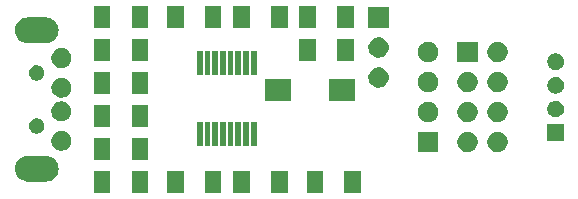
<source format=gts>
G04 (created by PCBNEW (2013-07-07 BZR 4022)-stable) date 25/03/2015 14:08:16*
%MOIN*%
G04 Gerber Fmt 3.4, Leading zero omitted, Abs format*
%FSLAX34Y34*%
G01*
G70*
G90*
G04 APERTURE LIST*
%ADD10C,0.00590551*%
G04 APERTURE END LIST*
G54D10*
G36*
X51771Y-37279D02*
X51771Y-37334D01*
X51759Y-37385D01*
X51740Y-37428D01*
X51709Y-37472D01*
X51675Y-37505D01*
X51630Y-37533D01*
X51586Y-37550D01*
X51533Y-37559D01*
X51486Y-37558D01*
X51434Y-37547D01*
X51391Y-37528D01*
X51347Y-37498D01*
X51315Y-37464D01*
X51286Y-37419D01*
X51268Y-37375D01*
X51259Y-37323D01*
X51259Y-37276D01*
X51270Y-37223D01*
X51289Y-37180D01*
X51319Y-37136D01*
X51353Y-37103D01*
X51398Y-37074D01*
X51441Y-37056D01*
X51494Y-37046D01*
X51540Y-37047D01*
X51593Y-37057D01*
X51636Y-37075D01*
X51681Y-37106D01*
X51713Y-37139D01*
X51743Y-37184D01*
X51761Y-37226D01*
X51771Y-37278D01*
X51771Y-37279D01*
X51771Y-37279D01*
G37*
G36*
X51771Y-39051D02*
X51771Y-39105D01*
X51759Y-39157D01*
X51740Y-39200D01*
X51709Y-39244D01*
X51675Y-39276D01*
X51630Y-39305D01*
X51586Y-39322D01*
X51533Y-39331D01*
X51486Y-39330D01*
X51434Y-39319D01*
X51391Y-39300D01*
X51347Y-39269D01*
X51315Y-39235D01*
X51286Y-39190D01*
X51268Y-39147D01*
X51259Y-39094D01*
X51259Y-39047D01*
X51270Y-38995D01*
X51289Y-38952D01*
X51319Y-38908D01*
X51353Y-38875D01*
X51398Y-38845D01*
X51441Y-38828D01*
X51494Y-38818D01*
X51540Y-38818D01*
X51593Y-38829D01*
X51636Y-38847D01*
X51681Y-38877D01*
X51713Y-38910D01*
X51743Y-38955D01*
X51761Y-38998D01*
X51771Y-39049D01*
X51771Y-39051D01*
X51771Y-39051D01*
G37*
G36*
X52247Y-35888D02*
X52238Y-35973D01*
X52213Y-36053D01*
X52173Y-36128D01*
X52119Y-36193D01*
X52054Y-36246D01*
X51979Y-36286D01*
X51898Y-36310D01*
X51810Y-36319D01*
X51220Y-36319D01*
X51214Y-36319D01*
X51211Y-36318D01*
X51210Y-36318D01*
X51126Y-36309D01*
X51126Y-36309D01*
X51126Y-36309D01*
X51046Y-36283D01*
X50971Y-36243D01*
X50907Y-36188D01*
X50854Y-36122D01*
X50815Y-36048D01*
X50791Y-35966D01*
X50783Y-35882D01*
X50792Y-35798D01*
X50817Y-35718D01*
X50857Y-35643D01*
X50911Y-35578D01*
X50977Y-35525D01*
X51051Y-35485D01*
X51132Y-35461D01*
X51220Y-35452D01*
X51810Y-35452D01*
X51817Y-35452D01*
X51820Y-35452D01*
X51820Y-35452D01*
X51904Y-35462D01*
X51904Y-35462D01*
X51904Y-35462D01*
X51985Y-35487D01*
X52059Y-35528D01*
X52123Y-35582D01*
X52177Y-35648D01*
X52216Y-35723D01*
X52240Y-35804D01*
X52247Y-35888D01*
X52247Y-35888D01*
G37*
G36*
X52247Y-40495D02*
X52238Y-40579D01*
X52213Y-40659D01*
X52173Y-40734D01*
X52119Y-40799D01*
X52054Y-40852D01*
X51979Y-40892D01*
X51898Y-40916D01*
X51810Y-40925D01*
X51220Y-40925D01*
X51214Y-40925D01*
X51211Y-40925D01*
X51210Y-40925D01*
X51126Y-40915D01*
X51126Y-40915D01*
X51126Y-40915D01*
X51046Y-40890D01*
X50971Y-40849D01*
X50907Y-40795D01*
X50854Y-40729D01*
X50815Y-40654D01*
X50791Y-40573D01*
X50783Y-40489D01*
X50792Y-40404D01*
X50817Y-40324D01*
X50857Y-40249D01*
X50911Y-40184D01*
X50977Y-40131D01*
X51051Y-40091D01*
X51132Y-40067D01*
X51220Y-40058D01*
X51810Y-40058D01*
X51817Y-40058D01*
X51820Y-40059D01*
X51820Y-40059D01*
X51904Y-40068D01*
X51904Y-40068D01*
X51904Y-40068D01*
X51985Y-40093D01*
X52059Y-40134D01*
X52123Y-40188D01*
X52177Y-40255D01*
X52216Y-40329D01*
X52240Y-40411D01*
X52247Y-40495D01*
X52247Y-40495D01*
G37*
G36*
X52677Y-36779D02*
X52676Y-36851D01*
X52661Y-36918D01*
X52635Y-36975D01*
X52596Y-37031D01*
X52550Y-37075D01*
X52492Y-37111D01*
X52434Y-37134D01*
X52366Y-37146D01*
X52304Y-37145D01*
X52237Y-37130D01*
X52179Y-37105D01*
X52123Y-37066D01*
X52079Y-37021D01*
X52042Y-36963D01*
X52019Y-36905D01*
X52007Y-36837D01*
X52008Y-36775D01*
X52022Y-36707D01*
X52046Y-36650D01*
X52085Y-36593D01*
X52130Y-36549D01*
X52188Y-36512D01*
X52245Y-36488D01*
X52313Y-36475D01*
X52375Y-36476D01*
X52443Y-36490D01*
X52500Y-36514D01*
X52558Y-36552D01*
X52602Y-36596D01*
X52640Y-36654D01*
X52664Y-36711D01*
X52677Y-36778D01*
X52677Y-36779D01*
X52677Y-36779D01*
G37*
G36*
X52677Y-37763D02*
X52676Y-37836D01*
X52661Y-37902D01*
X52635Y-37960D01*
X52596Y-38016D01*
X52550Y-38059D01*
X52492Y-38096D01*
X52434Y-38118D01*
X52366Y-38130D01*
X52304Y-38129D01*
X52237Y-38114D01*
X52179Y-38089D01*
X52123Y-38050D01*
X52079Y-38005D01*
X52042Y-37947D01*
X52019Y-37889D01*
X52007Y-37821D01*
X52008Y-37759D01*
X52022Y-37691D01*
X52046Y-37634D01*
X52085Y-37577D01*
X52130Y-37534D01*
X52188Y-37496D01*
X52245Y-37473D01*
X52313Y-37460D01*
X52375Y-37460D01*
X52443Y-37474D01*
X52500Y-37498D01*
X52558Y-37537D01*
X52602Y-37581D01*
X52640Y-37639D01*
X52664Y-37696D01*
X52677Y-37762D01*
X52677Y-37763D01*
X52677Y-37763D01*
G37*
G36*
X52677Y-38551D02*
X52676Y-38623D01*
X52661Y-38690D01*
X52635Y-38747D01*
X52596Y-38803D01*
X52550Y-38846D01*
X52492Y-38883D01*
X52434Y-38906D01*
X52366Y-38918D01*
X52304Y-38916D01*
X52237Y-38902D01*
X52179Y-38877D01*
X52123Y-38837D01*
X52079Y-38792D01*
X52042Y-38735D01*
X52019Y-38676D01*
X52007Y-38609D01*
X52008Y-38546D01*
X52022Y-38479D01*
X52046Y-38422D01*
X52085Y-38365D01*
X52130Y-38321D01*
X52188Y-38283D01*
X52245Y-38260D01*
X52313Y-38247D01*
X52375Y-38247D01*
X52443Y-38261D01*
X52500Y-38285D01*
X52558Y-38324D01*
X52602Y-38368D01*
X52640Y-38426D01*
X52664Y-38483D01*
X52677Y-38549D01*
X52677Y-38551D01*
X52677Y-38551D01*
G37*
G36*
X52677Y-39535D02*
X52676Y-39607D01*
X52661Y-39674D01*
X52635Y-39731D01*
X52596Y-39787D01*
X52550Y-39831D01*
X52492Y-39867D01*
X52434Y-39890D01*
X52366Y-39902D01*
X52304Y-39901D01*
X52237Y-39886D01*
X52179Y-39861D01*
X52123Y-39822D01*
X52079Y-39777D01*
X52042Y-39719D01*
X52019Y-39661D01*
X52007Y-39593D01*
X52008Y-39531D01*
X52022Y-39463D01*
X52046Y-39406D01*
X52085Y-39349D01*
X52130Y-39305D01*
X52188Y-39267D01*
X52245Y-39244D01*
X52313Y-39231D01*
X52375Y-39232D01*
X52443Y-39246D01*
X52500Y-39270D01*
X52558Y-39308D01*
X52602Y-39352D01*
X52640Y-39410D01*
X52664Y-39467D01*
X52677Y-39534D01*
X52677Y-39535D01*
X52677Y-39535D01*
G37*
G36*
X53976Y-35807D02*
X53424Y-35807D01*
X53424Y-35058D01*
X53976Y-35058D01*
X53976Y-35807D01*
X53976Y-35807D01*
G37*
G36*
X53976Y-36909D02*
X53424Y-36909D01*
X53424Y-36161D01*
X53976Y-36161D01*
X53976Y-36909D01*
X53976Y-36909D01*
G37*
G36*
X53976Y-38012D02*
X53424Y-38012D01*
X53424Y-37263D01*
X53976Y-37263D01*
X53976Y-38012D01*
X53976Y-38012D01*
G37*
G36*
X53976Y-39114D02*
X53424Y-39114D01*
X53424Y-38365D01*
X53976Y-38365D01*
X53976Y-39114D01*
X53976Y-39114D01*
G37*
G36*
X53976Y-40216D02*
X53424Y-40216D01*
X53424Y-39468D01*
X53976Y-39468D01*
X53976Y-40216D01*
X53976Y-40216D01*
G37*
G36*
X53976Y-41319D02*
X53424Y-41319D01*
X53424Y-40570D01*
X53976Y-40570D01*
X53976Y-41319D01*
X53976Y-41319D01*
G37*
G36*
X55236Y-35807D02*
X54684Y-35807D01*
X54684Y-35058D01*
X55236Y-35058D01*
X55236Y-35807D01*
X55236Y-35807D01*
G37*
G36*
X55236Y-36909D02*
X54684Y-36909D01*
X54684Y-36161D01*
X55236Y-36161D01*
X55236Y-36909D01*
X55236Y-36909D01*
G37*
G36*
X55236Y-38012D02*
X54684Y-38012D01*
X54684Y-37263D01*
X55236Y-37263D01*
X55236Y-38012D01*
X55236Y-38012D01*
G37*
G36*
X55236Y-39114D02*
X54684Y-39114D01*
X54684Y-38365D01*
X55236Y-38365D01*
X55236Y-39114D01*
X55236Y-39114D01*
G37*
G36*
X55236Y-40216D02*
X54684Y-40216D01*
X54684Y-39468D01*
X55236Y-39468D01*
X55236Y-40216D01*
X55236Y-40216D01*
G37*
G36*
X55236Y-41319D02*
X54684Y-41319D01*
X54684Y-40570D01*
X55236Y-40570D01*
X55236Y-41319D01*
X55236Y-41319D01*
G37*
G36*
X56417Y-35807D02*
X55865Y-35807D01*
X55865Y-35058D01*
X56417Y-35058D01*
X56417Y-35807D01*
X56417Y-35807D01*
G37*
G36*
X56417Y-41319D02*
X55865Y-41319D01*
X55865Y-40570D01*
X56417Y-40570D01*
X56417Y-41319D01*
X56417Y-41319D01*
G37*
G36*
X57053Y-37362D02*
X56855Y-37362D01*
X56855Y-36574D01*
X57053Y-36574D01*
X57053Y-37362D01*
X57053Y-37362D01*
G37*
G36*
X57053Y-39725D02*
X56855Y-39725D01*
X56855Y-38937D01*
X57053Y-38937D01*
X57053Y-39725D01*
X57053Y-39725D01*
G37*
G36*
X57308Y-37362D02*
X57111Y-37362D01*
X57111Y-36574D01*
X57308Y-36574D01*
X57308Y-37362D01*
X57308Y-37362D01*
G37*
G36*
X57308Y-39725D02*
X57111Y-39725D01*
X57111Y-38937D01*
X57308Y-38937D01*
X57308Y-39725D01*
X57308Y-39725D01*
G37*
G36*
X57564Y-37362D02*
X57367Y-37362D01*
X57367Y-36574D01*
X57564Y-36574D01*
X57564Y-37362D01*
X57564Y-37362D01*
G37*
G36*
X57564Y-39725D02*
X57367Y-39725D01*
X57367Y-38937D01*
X57564Y-38937D01*
X57564Y-39725D01*
X57564Y-39725D01*
G37*
G36*
X57677Y-35807D02*
X57125Y-35807D01*
X57125Y-35058D01*
X57677Y-35058D01*
X57677Y-35807D01*
X57677Y-35807D01*
G37*
G36*
X57677Y-41319D02*
X57125Y-41319D01*
X57125Y-40570D01*
X57677Y-40570D01*
X57677Y-41319D01*
X57677Y-41319D01*
G37*
G36*
X57820Y-37362D02*
X57623Y-37362D01*
X57623Y-36574D01*
X57820Y-36574D01*
X57820Y-37362D01*
X57820Y-37362D01*
G37*
G36*
X57820Y-39725D02*
X57623Y-39725D01*
X57623Y-38937D01*
X57820Y-38937D01*
X57820Y-39725D01*
X57820Y-39725D01*
G37*
G36*
X58076Y-37362D02*
X57879Y-37362D01*
X57879Y-36574D01*
X58076Y-36574D01*
X58076Y-37362D01*
X58076Y-37362D01*
G37*
G36*
X58076Y-39725D02*
X57879Y-39725D01*
X57879Y-38937D01*
X58076Y-38937D01*
X58076Y-39725D01*
X58076Y-39725D01*
G37*
G36*
X58332Y-37362D02*
X58135Y-37362D01*
X58135Y-36574D01*
X58332Y-36574D01*
X58332Y-37362D01*
X58332Y-37362D01*
G37*
G36*
X58332Y-39725D02*
X58135Y-39725D01*
X58135Y-38937D01*
X58332Y-38937D01*
X58332Y-39725D01*
X58332Y-39725D01*
G37*
G36*
X58588Y-37362D02*
X58391Y-37362D01*
X58391Y-36574D01*
X58588Y-36574D01*
X58588Y-37362D01*
X58588Y-37362D01*
G37*
G36*
X58588Y-39725D02*
X58391Y-39725D01*
X58391Y-38937D01*
X58588Y-38937D01*
X58588Y-39725D01*
X58588Y-39725D01*
G37*
G36*
X58622Y-35807D02*
X58070Y-35807D01*
X58070Y-35058D01*
X58622Y-35058D01*
X58622Y-35807D01*
X58622Y-35807D01*
G37*
G36*
X58622Y-41319D02*
X58070Y-41319D01*
X58070Y-40570D01*
X58622Y-40570D01*
X58622Y-41319D01*
X58622Y-41319D01*
G37*
G36*
X58844Y-37362D02*
X58646Y-37362D01*
X58646Y-36574D01*
X58844Y-36574D01*
X58844Y-37362D01*
X58844Y-37362D01*
G37*
G36*
X58844Y-39725D02*
X58646Y-39725D01*
X58646Y-38937D01*
X58844Y-38937D01*
X58844Y-39725D01*
X58844Y-39725D01*
G37*
G36*
X59882Y-35807D02*
X59330Y-35807D01*
X59330Y-35058D01*
X59882Y-35058D01*
X59882Y-35807D01*
X59882Y-35807D01*
G37*
G36*
X59882Y-41319D02*
X59330Y-41319D01*
X59330Y-40570D01*
X59882Y-40570D01*
X59882Y-41319D01*
X59882Y-41319D01*
G37*
G36*
X60000Y-38228D02*
X59133Y-38228D01*
X59133Y-37519D01*
X60000Y-37519D01*
X60000Y-38228D01*
X60000Y-38228D01*
G37*
G36*
X60827Y-35807D02*
X60275Y-35807D01*
X60275Y-35058D01*
X60827Y-35058D01*
X60827Y-35807D01*
X60827Y-35807D01*
G37*
G36*
X60827Y-36909D02*
X60275Y-36909D01*
X60275Y-36161D01*
X60827Y-36161D01*
X60827Y-36909D01*
X60827Y-36909D01*
G37*
G36*
X61063Y-41319D02*
X60511Y-41319D01*
X60511Y-40570D01*
X61063Y-40570D01*
X61063Y-41319D01*
X61063Y-41319D01*
G37*
G36*
X62086Y-35807D02*
X61535Y-35807D01*
X61535Y-35058D01*
X62086Y-35058D01*
X62086Y-35807D01*
X62086Y-35807D01*
G37*
G36*
X62086Y-36909D02*
X61535Y-36909D01*
X61535Y-36161D01*
X62086Y-36161D01*
X62086Y-36909D01*
X62086Y-36909D01*
G37*
G36*
X62126Y-38228D02*
X61259Y-38228D01*
X61259Y-37519D01*
X62126Y-37519D01*
X62126Y-38228D01*
X62126Y-38228D01*
G37*
G36*
X62323Y-41319D02*
X61771Y-41319D01*
X61771Y-40570D01*
X62323Y-40570D01*
X62323Y-41319D01*
X62323Y-41319D01*
G37*
G36*
X63253Y-36424D02*
X63252Y-36498D01*
X63236Y-36565D01*
X63210Y-36623D01*
X63170Y-36680D01*
X63124Y-36724D01*
X63065Y-36761D01*
X63006Y-36784D01*
X62938Y-36796D01*
X62874Y-36795D01*
X62806Y-36780D01*
X62748Y-36755D01*
X62691Y-36715D01*
X62647Y-36669D01*
X62609Y-36611D01*
X62585Y-36552D01*
X62573Y-36483D01*
X62574Y-36420D01*
X62588Y-36351D01*
X62613Y-36293D01*
X62653Y-36236D01*
X62698Y-36191D01*
X62756Y-36153D01*
X62815Y-36129D01*
X62884Y-36116D01*
X62947Y-36117D01*
X63016Y-36131D01*
X63074Y-36155D01*
X63132Y-36194D01*
X63176Y-36239D01*
X63215Y-36298D01*
X63239Y-36356D01*
X63252Y-36423D01*
X63253Y-36424D01*
X63253Y-36424D01*
G37*
G36*
X63253Y-37424D02*
X63252Y-37498D01*
X63236Y-37565D01*
X63210Y-37623D01*
X63170Y-37680D01*
X63124Y-37724D01*
X63065Y-37761D01*
X63006Y-37784D01*
X62938Y-37796D01*
X62874Y-37795D01*
X62806Y-37780D01*
X62748Y-37755D01*
X62691Y-37715D01*
X62647Y-37669D01*
X62609Y-37611D01*
X62585Y-37552D01*
X62573Y-37483D01*
X62574Y-37420D01*
X62588Y-37351D01*
X62613Y-37293D01*
X62653Y-37236D01*
X62698Y-37191D01*
X62756Y-37153D01*
X62815Y-37129D01*
X62884Y-37116D01*
X62947Y-37117D01*
X63016Y-37131D01*
X63074Y-37155D01*
X63132Y-37194D01*
X63176Y-37239D01*
X63215Y-37298D01*
X63239Y-37356D01*
X63252Y-37423D01*
X63253Y-37424D01*
X63253Y-37424D01*
G37*
G36*
X63253Y-35796D02*
X62573Y-35796D01*
X62573Y-35116D01*
X63253Y-35116D01*
X63253Y-35796D01*
X63253Y-35796D01*
G37*
G36*
X64906Y-36578D02*
X64905Y-36651D01*
X64890Y-36719D01*
X64864Y-36777D01*
X64824Y-36834D01*
X64778Y-36878D01*
X64719Y-36915D01*
X64660Y-36938D01*
X64591Y-36950D01*
X64528Y-36949D01*
X64460Y-36934D01*
X64401Y-36908D01*
X64344Y-36869D01*
X64300Y-36823D01*
X64262Y-36764D01*
X64239Y-36705D01*
X64226Y-36637D01*
X64227Y-36573D01*
X64242Y-36505D01*
X64267Y-36447D01*
X64306Y-36389D01*
X64351Y-36345D01*
X64410Y-36307D01*
X64468Y-36283D01*
X64537Y-36270D01*
X64600Y-36270D01*
X64669Y-36284D01*
X64727Y-36309D01*
X64785Y-36348D01*
X64830Y-36393D01*
X64869Y-36451D01*
X64893Y-36509D01*
X64906Y-36576D01*
X64906Y-36578D01*
X64906Y-36578D01*
G37*
G36*
X64906Y-37578D02*
X64905Y-37651D01*
X64890Y-37719D01*
X64864Y-37777D01*
X64824Y-37834D01*
X64778Y-37878D01*
X64719Y-37915D01*
X64660Y-37938D01*
X64591Y-37950D01*
X64528Y-37949D01*
X64460Y-37934D01*
X64401Y-37908D01*
X64344Y-37869D01*
X64300Y-37823D01*
X64262Y-37764D01*
X64239Y-37705D01*
X64226Y-37637D01*
X64227Y-37573D01*
X64242Y-37505D01*
X64267Y-37447D01*
X64306Y-37389D01*
X64351Y-37345D01*
X64410Y-37307D01*
X64468Y-37283D01*
X64537Y-37270D01*
X64600Y-37270D01*
X64669Y-37284D01*
X64727Y-37309D01*
X64785Y-37348D01*
X64830Y-37393D01*
X64869Y-37451D01*
X64893Y-37509D01*
X64906Y-37576D01*
X64906Y-37578D01*
X64906Y-37578D01*
G37*
G36*
X64906Y-38578D02*
X64905Y-38651D01*
X64890Y-38719D01*
X64864Y-38777D01*
X64824Y-38834D01*
X64778Y-38878D01*
X64719Y-38915D01*
X64660Y-38938D01*
X64591Y-38950D01*
X64528Y-38949D01*
X64460Y-38934D01*
X64401Y-38908D01*
X64344Y-38869D01*
X64300Y-38823D01*
X64262Y-38764D01*
X64239Y-38705D01*
X64226Y-38637D01*
X64227Y-38573D01*
X64242Y-38505D01*
X64267Y-38447D01*
X64306Y-38389D01*
X64351Y-38345D01*
X64410Y-38307D01*
X64468Y-38283D01*
X64537Y-38270D01*
X64600Y-38270D01*
X64669Y-38284D01*
X64727Y-38309D01*
X64785Y-38348D01*
X64830Y-38393D01*
X64869Y-38451D01*
X64893Y-38509D01*
X64906Y-38576D01*
X64906Y-38578D01*
X64906Y-38578D01*
G37*
G36*
X64906Y-39949D02*
X64227Y-39949D01*
X64227Y-39270D01*
X64906Y-39270D01*
X64906Y-39949D01*
X64906Y-39949D01*
G37*
G36*
X66217Y-37578D02*
X66216Y-37651D01*
X66201Y-37719D01*
X66175Y-37777D01*
X66135Y-37834D01*
X66089Y-37878D01*
X66030Y-37915D01*
X65971Y-37938D01*
X65902Y-37950D01*
X65839Y-37949D01*
X65771Y-37934D01*
X65712Y-37908D01*
X65655Y-37869D01*
X65611Y-37823D01*
X65573Y-37764D01*
X65550Y-37705D01*
X65537Y-37637D01*
X65538Y-37573D01*
X65553Y-37505D01*
X65578Y-37447D01*
X65617Y-37389D01*
X65662Y-37345D01*
X65721Y-37307D01*
X65779Y-37283D01*
X65848Y-37270D01*
X65911Y-37270D01*
X65980Y-37284D01*
X66038Y-37309D01*
X66096Y-37348D01*
X66141Y-37393D01*
X66180Y-37451D01*
X66204Y-37509D01*
X66217Y-37576D01*
X66217Y-37578D01*
X66217Y-37578D01*
G37*
G36*
X66217Y-38578D02*
X66216Y-38651D01*
X66201Y-38719D01*
X66175Y-38777D01*
X66135Y-38834D01*
X66089Y-38878D01*
X66030Y-38915D01*
X65971Y-38938D01*
X65902Y-38950D01*
X65839Y-38949D01*
X65771Y-38934D01*
X65712Y-38908D01*
X65655Y-38869D01*
X65611Y-38823D01*
X65573Y-38764D01*
X65550Y-38705D01*
X65537Y-38637D01*
X65538Y-38573D01*
X65553Y-38505D01*
X65578Y-38447D01*
X65617Y-38389D01*
X65662Y-38345D01*
X65721Y-38307D01*
X65779Y-38283D01*
X65848Y-38270D01*
X65911Y-38270D01*
X65980Y-38284D01*
X66038Y-38309D01*
X66096Y-38348D01*
X66141Y-38393D01*
X66180Y-38451D01*
X66204Y-38509D01*
X66217Y-38576D01*
X66217Y-38578D01*
X66217Y-38578D01*
G37*
G36*
X66217Y-39578D02*
X66216Y-39651D01*
X66201Y-39719D01*
X66175Y-39777D01*
X66135Y-39834D01*
X66089Y-39878D01*
X66030Y-39915D01*
X65971Y-39938D01*
X65902Y-39950D01*
X65839Y-39949D01*
X65771Y-39934D01*
X65712Y-39908D01*
X65655Y-39869D01*
X65611Y-39823D01*
X65573Y-39764D01*
X65550Y-39705D01*
X65537Y-39637D01*
X65538Y-39573D01*
X65553Y-39505D01*
X65578Y-39447D01*
X65617Y-39389D01*
X65662Y-39345D01*
X65721Y-39307D01*
X65779Y-39283D01*
X65848Y-39270D01*
X65911Y-39270D01*
X65980Y-39284D01*
X66038Y-39309D01*
X66096Y-39348D01*
X66141Y-39393D01*
X66180Y-39451D01*
X66204Y-39509D01*
X66217Y-39576D01*
X66217Y-39578D01*
X66217Y-39578D01*
G37*
G36*
X66217Y-36949D02*
X65538Y-36949D01*
X65538Y-36270D01*
X66217Y-36270D01*
X66217Y-36949D01*
X66217Y-36949D01*
G37*
G36*
X67217Y-36578D02*
X67216Y-36651D01*
X67201Y-36719D01*
X67175Y-36777D01*
X67135Y-36834D01*
X67089Y-36878D01*
X67030Y-36915D01*
X66971Y-36938D01*
X66902Y-36950D01*
X66839Y-36949D01*
X66771Y-36934D01*
X66712Y-36908D01*
X66655Y-36869D01*
X66611Y-36823D01*
X66573Y-36764D01*
X66550Y-36705D01*
X66537Y-36637D01*
X66538Y-36573D01*
X66553Y-36505D01*
X66578Y-36447D01*
X66617Y-36389D01*
X66662Y-36345D01*
X66721Y-36307D01*
X66779Y-36283D01*
X66848Y-36270D01*
X66911Y-36270D01*
X66980Y-36284D01*
X67038Y-36309D01*
X67096Y-36348D01*
X67141Y-36393D01*
X67180Y-36451D01*
X67204Y-36509D01*
X67217Y-36576D01*
X67217Y-36578D01*
X67217Y-36578D01*
G37*
G36*
X67217Y-37578D02*
X67216Y-37651D01*
X67201Y-37719D01*
X67175Y-37777D01*
X67135Y-37834D01*
X67089Y-37878D01*
X67030Y-37915D01*
X66971Y-37938D01*
X66902Y-37950D01*
X66839Y-37949D01*
X66771Y-37934D01*
X66712Y-37908D01*
X66655Y-37869D01*
X66611Y-37823D01*
X66573Y-37764D01*
X66550Y-37705D01*
X66537Y-37637D01*
X66538Y-37573D01*
X66553Y-37505D01*
X66578Y-37447D01*
X66617Y-37389D01*
X66662Y-37345D01*
X66721Y-37307D01*
X66779Y-37283D01*
X66848Y-37270D01*
X66911Y-37270D01*
X66980Y-37284D01*
X67038Y-37309D01*
X67096Y-37348D01*
X67141Y-37393D01*
X67180Y-37451D01*
X67204Y-37509D01*
X67217Y-37576D01*
X67217Y-37578D01*
X67217Y-37578D01*
G37*
G36*
X67217Y-38578D02*
X67216Y-38651D01*
X67201Y-38719D01*
X67175Y-38777D01*
X67135Y-38834D01*
X67089Y-38878D01*
X67030Y-38915D01*
X66971Y-38938D01*
X66902Y-38950D01*
X66839Y-38949D01*
X66771Y-38934D01*
X66712Y-38908D01*
X66655Y-38869D01*
X66611Y-38823D01*
X66573Y-38764D01*
X66550Y-38705D01*
X66537Y-38637D01*
X66538Y-38573D01*
X66553Y-38505D01*
X66578Y-38447D01*
X66617Y-38389D01*
X66662Y-38345D01*
X66721Y-38307D01*
X66779Y-38283D01*
X66848Y-38270D01*
X66911Y-38270D01*
X66980Y-38284D01*
X67038Y-38309D01*
X67096Y-38348D01*
X67141Y-38393D01*
X67180Y-38451D01*
X67204Y-38509D01*
X67217Y-38576D01*
X67217Y-38578D01*
X67217Y-38578D01*
G37*
G36*
X67217Y-39578D02*
X67216Y-39651D01*
X67201Y-39719D01*
X67175Y-39777D01*
X67135Y-39834D01*
X67089Y-39878D01*
X67030Y-39915D01*
X66971Y-39938D01*
X66902Y-39950D01*
X66839Y-39949D01*
X66771Y-39934D01*
X66712Y-39908D01*
X66655Y-39869D01*
X66611Y-39823D01*
X66573Y-39764D01*
X66550Y-39705D01*
X66537Y-39637D01*
X66538Y-39573D01*
X66553Y-39505D01*
X66578Y-39447D01*
X66617Y-39389D01*
X66662Y-39345D01*
X66721Y-39307D01*
X66779Y-39283D01*
X66848Y-39270D01*
X66911Y-39270D01*
X66980Y-39284D01*
X67038Y-39309D01*
X67096Y-39348D01*
X67141Y-39393D01*
X67180Y-39451D01*
X67204Y-39509D01*
X67217Y-39576D01*
X67217Y-39578D01*
X67217Y-39578D01*
G37*
G36*
X69094Y-36903D02*
X69093Y-36962D01*
X69081Y-37017D01*
X69060Y-37064D01*
X69027Y-37111D01*
X68990Y-37146D01*
X68942Y-37177D01*
X68894Y-37195D01*
X68838Y-37205D01*
X68787Y-37204D01*
X68731Y-37192D01*
X68685Y-37171D01*
X68638Y-37139D01*
X68602Y-37102D01*
X68571Y-37054D01*
X68552Y-37007D01*
X68542Y-36950D01*
X68543Y-36899D01*
X68555Y-36843D01*
X68575Y-36797D01*
X68607Y-36749D01*
X68643Y-36714D01*
X68692Y-36682D01*
X68738Y-36663D01*
X68795Y-36653D01*
X68846Y-36653D01*
X68902Y-36664D01*
X68949Y-36684D01*
X68996Y-36716D01*
X69032Y-36752D01*
X69064Y-36800D01*
X69083Y-36847D01*
X69084Y-36849D01*
X69093Y-36898D01*
X69094Y-36902D01*
X69094Y-36903D01*
X69094Y-36903D01*
G37*
G36*
X69094Y-37690D02*
X69093Y-37749D01*
X69081Y-37805D01*
X69060Y-37852D01*
X69027Y-37898D01*
X68990Y-37933D01*
X68942Y-37964D01*
X68894Y-37983D01*
X68838Y-37992D01*
X68787Y-37991D01*
X68731Y-37979D01*
X68685Y-37959D01*
X68638Y-37926D01*
X68602Y-37889D01*
X68571Y-37841D01*
X68552Y-37794D01*
X68542Y-37738D01*
X68543Y-37687D01*
X68555Y-37631D01*
X68575Y-37584D01*
X68607Y-37537D01*
X68643Y-37501D01*
X68692Y-37470D01*
X68738Y-37451D01*
X68795Y-37440D01*
X68846Y-37440D01*
X68902Y-37452D01*
X68949Y-37471D01*
X68996Y-37504D01*
X69032Y-37539D01*
X69064Y-37588D01*
X69083Y-37634D01*
X69084Y-37636D01*
X69093Y-37685D01*
X69094Y-37689D01*
X69094Y-37690D01*
X69094Y-37690D01*
G37*
G36*
X69094Y-38478D02*
X69093Y-38537D01*
X69081Y-38592D01*
X69060Y-38639D01*
X69027Y-38686D01*
X68990Y-38721D01*
X68942Y-38751D01*
X68894Y-38770D01*
X68838Y-38780D01*
X68787Y-38779D01*
X68731Y-38766D01*
X68685Y-38746D01*
X68638Y-38713D01*
X68602Y-38677D01*
X68571Y-38629D01*
X68552Y-38581D01*
X68542Y-38525D01*
X68543Y-38474D01*
X68555Y-38418D01*
X68575Y-38371D01*
X68607Y-38324D01*
X68643Y-38289D01*
X68692Y-38257D01*
X68738Y-38238D01*
X68795Y-38227D01*
X68846Y-38228D01*
X68902Y-38239D01*
X68949Y-38259D01*
X68996Y-38291D01*
X69032Y-38327D01*
X69064Y-38375D01*
X69083Y-38422D01*
X69084Y-38423D01*
X69093Y-38473D01*
X69094Y-38476D01*
X69094Y-38478D01*
X69094Y-38478D01*
G37*
G36*
X69094Y-39567D02*
X68542Y-39567D01*
X68542Y-39015D01*
X69094Y-39015D01*
X69094Y-39567D01*
X69094Y-39567D01*
G37*
M02*

</source>
